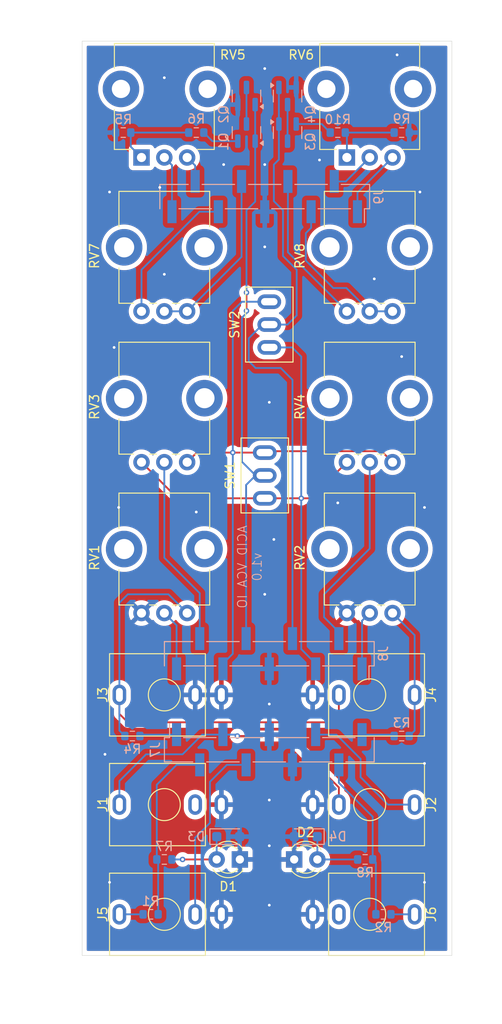
<source format=kicad_pcb>
(kicad_pcb (version 20241229) (generator "pcbnew") (generator_version "9.0")
  (title_block (title "ACID VCA IO") (date "2025-03-27") (rev "1.0"))
  (layers (0 "F.Cu" signal) (2 "B.Cu" signal) (13 "F.Paste" user) (15 "B.Paste" user) (5 "F.SilkS" user "F.Silkscreen") (7 "B.SilkS" user "B.Silkscreen") (1 "F.Mask" user) (3 "B.Mask" user) (25 "Edge.Cuts" user))
  (net 0 "")
  (net 1 "GND")
  (net 2 "In_A")
  (net 4 "In_B")
  (net 5 "Net-(J3-PadT)")
  (net 6 "Net-(J4-PadT)")
  (net 7 "Net-(J5-PadT)")
  (net 9 "Net-(J6-PadT)")
  (net 10 "Out_A")
  (net 11 "Out_B")
  (net 12 "CV_BN")
  (net 13 "CV_AN")
  (net 14 "Net-(R5-Pad1)")
  (net 15 "Net-(Q1-D)")
  (net 16 "CV_AP")
  (net 17 "CV_BP")
  (net 18 "-VDC")
  (net 19 "Offset_A")
  (net 20 "+VDC")
  (net 21 "Offset_B")
  (net 22 "Drive_A")
  (net 23 "Fold_A")
  (net 24 "Drive_B")
  (net 25 "Fold_B")
  (net 26 "Shape_A2")
  (net 27 "Shape_A1")
  (net 28 "Shape_B2")
  (net 29 "Shape_B1")
  (net 30 "Clip_selA")
  (net 31 "Clip_selB")
  (net 32 "Net-(D1-A)")
  (net 33 "Net-(D2-A)")
  (net 34 "Out_TNA")
  (net 35 "Net-(Q1-S)")
  (net 36 "Net-(Q3-D)")
  (net 37 "Net-(Q3-S)")
  (net 38 "Net-(R10-Pad1)")
  (footprint "Potentiometer_THT:Potentiometer_Bourns_PTV09A-1_Single_Vertical" (layer "F.Cu") (at 121 79.55 90)
    (property "Reference" "RV7" (at 6.05 -10.15 90) (layer "F.SilkS"))
    (property "Value" "100k")
    (pad "" np_thru_hole circle (at 7 -6.9 90) (size 4 4) (drill 2.2) (layers "*.Cu" "*.Mask"))
    (pad "" np_thru_hole circle (at 7 1.9 90) (size 4 4) (drill 2.2) (layers "*.Cu" "*.Mask"))
    (pad "1" thru_hole circle (at 0 0 90) (size 1.8 1.8) (drill 1) (layers "*.Cu" "*.Mask") (net 27 "Shape_A1"))
    (pad "2" thru_hole circle (at 0 -2.5 90) (size 1.8 1.8) (drill 1) (layers "*.Cu" "*.Mask") (net 27 "Shape_A1"))
    (pad "3" thru_hole circle (at 0 -5 90) (size 1.8 1.8) (drill 1) (layers "*.Cu" "*.Mask") (net 26 "Shape_A2"))
  )
  (footprint "Custom:Toggle switch mini" (layer "F.Cu") (at 130 81 -90)
    (property "Reference" "SW2" (at 0 3.8 90) (layer "F.SilkS"))
    (property "Value" "SW_SPDT")
    (pad "1" thru_hole oval (at -2.5 0 270) (size 1.6 2.6) (drill oval 0.8 1.8) (layers "*.Cu" "*.Mask") (net 20 "+VDC"))
    (pad "2" thru_hole oval (at 0 0 270) (size 1.6 2.6) (drill oval 0.8 1.8) (layers "*.Cu" "*.Mask") (net 31 "Clip_selB"))
    (pad "3" thru_hole oval (at 2.5 0 270) (size 1.6 2.6) (drill oval 0.8 1.8) (layers "*.Cu" "*.Mask") (net 18 "-VDC"))
  )
  (footprint "Custom:Toggle switch mini" (layer "F.Cu") (at 129.5 97.5 -90)
    (property "Reference" "SW1" (at 0 3.8 90) (layer "F.SilkS"))
    (property "Value" "SW_SPDT")
    (pad "1" thru_hole oval (at -2.5 0 270) (size 1.6 2.6) (drill oval 0.8 1.8) (layers "*.Cu" "*.Mask") (net 20 "+VDC"))
    (pad "2" thru_hole oval (at 0 0 270) (size 1.6 2.6) (drill oval 0.8 1.8) (layers "*.Cu" "*.Mask") (net 30 "Clip_selA"))
    (pad "3" thru_hole oval (at 2.5 0 270) (size 1.6 2.6) (drill oval 0.8 1.8) (layers "*.Cu" "*.Mask") (net 18 "-VDC"))
  )
  (footprint "LED_THT:LED_D3.0mm_Clear" (layer "F.Cu") (at 132.725 139.5)
    (property "Reference" "D2" (at 1.27 -2.96 0) (layer "F.SilkS"))
    (property "Value" "LED")
    (pad "1" thru_hole rect (at 0 0) (size 1.8 1.8) (drill 0.9) (layers "*.Cu" "*.Mask") (net 1 "GND"))
    (pad "2" thru_hole circle (at 2.54 0) (size 1.8 1.8) (drill 0.9) (layers "*.Cu" "*.Mask") (net 33 "Net-(D2-A)"))
  )
  (footprint "Potentiometer_THT:Potentiometer_Bourns_PTV09A-1_Single_Vertical" (layer "F.Cu") (at 121 112.55 90)
    (property "Reference" "RV1" (at 6.05 -10.15 90) (layer "F.SilkS"))
    (property "Value" "100k")
    (pad "" np_thru_hole circle (at 7 -6.9 90) (size 4 4) (drill 2.2) (layers "*.Cu" "*.Mask"))
    (pad "" np_thru_hole circle (at 7 1.9 90) (size 4 4) (drill 2.2) (layers "*.Cu" "*.Mask"))
    (pad "1" thru_hole circle (at 0 0 90) (size 1.8 1.8) (drill 1) (layers "*.Cu" "*.Mask") (net 5 "Net-(J3-PadT)"))
    (pad "2" thru_hole circle (at 0 -2.5 90) (size 1.8 1.8) (drill 1) (layers "*.Cu" "*.Mask") (net 16 "CV_AP"))
    (pad "3" thru_hole circle (at 0 -5 90) (size 1.8 1.8) (drill 1) (layers "*.Cu" "*.Mask") (net 1 "GND"))
  )
  (footprint "Potentiometer_THT:Potentiometer_TT_P0915N" (layer "F.Cu") (at 116 62.725)
    (property "Reference" "RV5" (at 10 -11.225 0) (layer "F.SilkS"))
    (property "Value" "100k")
    (pad "" thru_hole oval (at -2.25 -7.5) (size 4 4) (drill 2) (layers "*.Cu" "*.Mask"))
    (pad "" thru_hole oval (at 7.25 -7.5) (size 4 4) (drill 2) (layers "*.Cu" "*.Mask"))
    (pad "1" thru_hole rect (at 0 0) (size 1.8 1.8) (drill 1) (layers "*.Cu" "*.Mask") (net 14 "Net-(R5-Pad1)"))
    (pad "2" thru_hole circle (at 2.5 0) (size 1.8 1.8) (drill 1) (layers "*.Cu" "*.Mask") (net 22 "Drive_A"))
    (pad "3" thru_hole circle (at 5 0) (size 1.8 1.8) (drill 1) (layers "*.Cu" "*.Mask") (net 23 "Fold_A"))
  )
  (footprint "Potentiometer_THT:Potentiometer_Bourns_PTV09A-1_Single_Vertical" (layer "F.Cu") (at 143.5 96.05 90)
    (property "Reference" "RV4" (at 6.05 -10.15 90) (layer "F.SilkS"))
    (property "Value" "100k")
    (pad "" np_thru_hole circle (at 7 -6.9 90) (size 4 4) (drill 2.2) (layers "*.Cu" "*.Mask"))
    (pad "" np_thru_hole circle (at 7 1.9 90) (size 4 4) (drill 2.2) (layers "*.Cu" "*.Mask"))
    (pad "1" thru_hole circle (at 0 0 90) (size 1.8 1.8) (drill 1) (layers "*.Cu" "*.Mask") (net 20 "+VDC"))
    (pad "2" thru_hole circle (at 0 -2.5 90) (size 1.8 1.8) (drill 1) (layers "*.Cu" "*.Mask") (net 21 "Offset_B"))
    (pad "3" thru_hole circle (at 0 -5 90) (size 1.8 1.8) (drill 1) (layers "*.Cu" "*.Mask") (net 18 "-VDC"))
  )
  (footprint "Potentiometer_THT:Potentiometer_Bourns_PTV09A-1_Single_Vertical" (layer "F.Cu") (at 121 96.05 90)
    (property "Reference" "RV3" (at 6.05 -10.15 90) (layer "F.SilkS"))
    (property "Value" "100k")
    (pad "" np_thru_hole circle (at 7 -6.9 90) (size 4 4) (drill 2.2) (layers "*.Cu" "*.Mask"))
    (pad "" np_thru_hole circle (at 7 1.9 90) (size 4 4) (drill 2.2) (layers "*.Cu" "*.Mask"))
    (pad "1" thru_hole circle (at 0 0 90) (size 1.8 1.8) (drill 1) (layers "*.Cu" "*.Mask") (net 20 "+VDC"))
    (pad "2" thru_hole circle (at 0 -2.5 90) (size 1.8 1.8) (drill 1) (layers "*.Cu" "*.Mask") (net 19 "Offset_A"))
    (pad "3" thru_hole circle (at 0 -5 90) (size 1.8 1.8) (drill 1) (layers "*.Cu" "*.Mask") (net 18 "-VDC"))
  )
  (footprint "Potentiometer_THT:Potentiometer_Bourns_PTV09A-1_Single_Vertical" (layer "F.Cu") (at 143.5 79.55 90)
    (property "Reference" "RV8" (at 6.05 -10.15 90) (layer "F.SilkS"))
    (property "Value" "100k")
    (pad "" np_thru_hole circle (at 7 -6.9 90) (size 4 4) (drill 2.2) (layers "*.Cu" "*.Mask"))
    (pad "" np_thru_hole circle (at 7 1.9 90) (size 4 4) (drill 2.2) (layers "*.Cu" "*.Mask"))
    (pad "1" thru_hole circle (at 0 0 90) (size 1.8 1.8) (drill 1) (layers "*.Cu" "*.Mask") (net 29 "Shape_B1"))
    (pad "2" thru_hole circle (at 0 -2.5 90) (size 1.8 1.8) (drill 1) (layers "*.Cu" "*.Mask") (net 29 "Shape_B1"))
    (pad "3" thru_hole circle (at 0 -5 90) (size 1.8 1.8) (drill 1) (layers "*.Cu" "*.Mask") (net 28 "Shape_B2"))
  )
  (footprint "Custom:PJ398SM" (layer "F.Cu") (at 141 145.5 -90)
    (property "Reference" "J6" (at 0 -6.75 90) (layer "F.SilkS"))
    (property "Value" "AudioJack2_SwitchT")
    (pad "S" thru_hole oval (at 0 6.25 270) (size 2.25 1.5) (drill oval 1.5 0.75) (layers "*.Cu" "*.Mask") (net 1 "GND"))
    (pad "T" thru_hole oval (at 0 -4.92 270) (size 2.25 1.5) (drill oval 1.5 0.75) (layers "*.Cu" "*.Mask") (net 9 "Net-(J6-PadT)"))
    (pad "TN" thru_hole oval (at 0 3.38 270) (size 2.25 1.5) (drill oval 1.5 0.75) (layers "*.Cu" "*.Mask"))
  )
  (footprint "LED_THT:LED_D3.0mm_Clear" (layer "F.Cu") (at 126.775 139.5 180)
    (property "Reference" "D1" (at 1.27 -2.96 0) (layer "F.SilkS"))
    (property "Value" "LED")
    (pad "1" thru_hole rect (at 0 0 180) (size 1.8 1.8) (drill 0.9) (layers "*.Cu" "*.Mask") (net 1 "GND"))
    (pad "2" thru_hole circle (at 2.54 0 180) (size 1.8 1.8) (drill 0.9) (layers "*.Cu" "*.Mask") (net 32 "Net-(D1-A)"))
  )
  (footprint "Custom:PJ398SM" (layer "F.Cu") (at 118.5 133.5 90)
    (property "Reference" "J1" (at 0 -6.75 90) (layer "F.SilkS"))
    (property "Value" "AudioJack2_SwitchT")
    (pad "S" thru_hole oval (at 0 6.25 90) (size 2.25 1.5) (drill oval 1.5 0.75) (layers "*.Cu" "*.Mask") (net 1 "GND"))
    (pad "T" thru_hole oval (at 0 -4.92 90) (size 2.25 1.5) (drill oval 1.5 0.75) (layers "*.Cu" "*.Mask") (net 2 "In_A"))
    (pad "TN" thru_hole oval (at 0 3.38 90) (size 2.25 1.5) (drill oval 1.5 0.75) (layers "*.Cu" "*.Mask"))
  )
  (footprint "Custom:PJ398SM" (layer "F.Cu") (at 118.5 145.5 90)
    (property "Reference" "J5" (at 0 -6.75 90) (layer "F.SilkS"))
    (property "Value" "AudioJack2_SwitchT")
    (pad "S" thru_hole oval (at 0 6.25 90) (size 2.25 1.5) (drill oval 1.5 0.75) (layers "*.Cu" "*.Mask") (net 1 "GND"))
    (pad "T" thru_hole oval (at 0 -4.92 90) (size 2.25 1.5) (drill oval 1.5 0.75) (layers "*.Cu" "*.Mask") (net 7 "Net-(J5-PadT)"))
    (pad "TN" thru_hole oval (at 0 3.38 90) (size 2.25 1.5) (drill oval 1.5 0.75) (layers "*.Cu" "*.Mask") (net 34 "Out_TNA"))
  )
  (footprint "Custom:PJ398SM" (layer "F.Cu") (at 141 133.5 -90)
    (property "Reference" "J2" (at 0 -6.75 90) (layer "F.SilkS"))
    (property "Value" "AudioJack2_SwitchT")
    (pad "S" thru_hole oval (at 0 6.25 270) (size 2.25 1.5) (drill oval 1.5 0.75) (layers "*.Cu" "*.Mask") (net 1 "GND"))
    (pad "T" thru_hole oval (at 0 -4.92 270) (size 2.25 1.5) (drill oval 1.5 0.75) (layers "*.Cu" "*.Mask") (net 4 "In_B"))
    (pad "TN" thru_hole oval (at 0 3.38 270) (size 2.25 1.5) (drill oval 1.5 0.75) (layers "*.Cu" "*.Mask") (net 2 "In_A"))
  )
  (footprint "Custom:PJ398SM" (layer "F.Cu") (at 118.5 121.5 90)
    (property "Reference" "J3" (at 0 -6.75 90) (layer "F.SilkS"))
    (property "Value" "AudioJack2_SwitchT")
    (pad "S" thru_hole oval (at 0 6.25 90) (size 2.25 1.5) (drill oval 1.5 0.75) (layers "*.Cu" "*.Mask") (net 1 "GND"))
    (pad "T" thru_hole oval (at 0 -4.92 90) (size 2.25 1.5) (drill oval 1.5 0.75) (layers "*.Cu" "*.Mask") (net 5 "Net-(J3-PadT)"))
    (pad "TN" thru_hole oval (at 0 3.38 90) (size 2.25 1.5) (drill oval 1.5 0.75) (layers "*.Cu" "*.Mask") (net 1 "GND"))
  )
  (footprint "Custom:PJ398SM" (layer "F.Cu") (at 141 121.5 -90)
    (property "Reference" "J4" (at 0 -6.75 90) (layer "F.SilkS"))
    (property "Value" "AudioJack2_SwitchT")
    (pad "S" thru_hole oval (at 0 6.25 270) (size 2.25 1.5) (drill oval 1.5 0.75) (layers "*.Cu" "*.Mask") (net 1 "GND"))
    (pad "T" thru_hole oval (at 0 -4.92 270) (size 2.25 1.5) (drill oval 1.5 0.75) (layers "*.Cu" "*.Mask") (net 6 "Net-(J4-PadT)"))
    (pad "TN" thru_hole oval (at 0 3.38 270) (size 2.25 1.5) (drill oval 1.5 0.75) (layers "*.Cu" "*.Mask") (net 5 "Net-(J3-PadT)"))
  )
  (footprint "Potentiometer_THT:Potentiometer_TT_P0915N" (layer "F.Cu") (at 138.5 62.725)
    (property "Reference" "RV6" (at -5 -11.225 0) (layer "F.SilkS"))
    (property "Value" "100k")
    (pad "" thru_hole oval (at -2.25 -7.5) (size 4 4) (drill 2) (layers "*.Cu" "*.Mask"))
    (pad "" thru_hole oval (at 7.25 -7.5) (size 4 4) (drill 2) (layers "*.Cu" "*.Mask"))
    (pad "1" thru_hole rect (at 0 0) (size 1.8 1.8) (drill 1) (layers "*.Cu" "*.Mask") (net 38 "Net-(R10-Pad1)"))
    (pad "2" thru_hole circle (at 2.5 0) (size 1.8 1.8) (drill 1) (layers "*.Cu" "*.Mask") (net 24 "Drive_B"))
    (pad "3" thru_hole circle (at 5 0) (size 1.8 1.8) (drill 1) (layers "*.Cu" "*.Mask") (net 25 "Fold_B"))
  )
  (footprint "Potentiometer_THT:Potentiometer_Bourns_PTV09A-1_Single_Vertical" (layer "F.Cu") (at 143.5 112.55 90)
    (property "Reference" "RV2" (at 6.05 -10.15 90) (layer "F.SilkS"))
    (property "Value" "100k")
    (pad "" np_thru_hole circle (at 7 -6.9 90) (size 4 4) (drill 2.2) (layers "*.Cu" "*.Mask"))
    (pad "" np_thru_hole circle (at 7 1.9 90) (size 4 4) (drill 2.2) (layers "*.Cu" "*.Mask"))
    (pad "1" thru_hole circle (at 0 0 90) (size 1.8 1.8) (drill 1) (layers "*.Cu" "*.Mask") (net 6 "Net-(J4-PadT)"))
    (pad "2" thru_hole circle (at 0 -2.5 90) (size 1.8 1.8) (drill 1) (layers "*.Cu" "*.Mask") (net 17 "CV_BP"))
    (pad "3" thru_hole circle (at 0 -5 90) (size 1.8 1.8) (drill 1) (layers "*.Cu" "*.Mask") (net 1 "GND"))
  )
  (footprint "Resistor_SMD:R_0603_1608Metric" (layer "B.Cu") (at 137.5 60 180)
    (property "Reference" "R10" (at 0 1.43 0) (layer "B.SilkS") (effects (justify mirror)))
    (property "Value" "9k1")
    (pad "1" smd roundrect (at -0.825 0 180) (size 0.8 0.95) (layers "B.Cu" "B.Mask" "B.Paste") (net 38 "Net-(R10-Pad1)"))
    (pad "2" smd roundrect (at 0.825 0 180) (size 0.8 0.95) (layers "B.Cu" "B.Mask" "B.Paste") (net 37 "Net-(Q3-S)"))
  )
  (footprint "Package_TO_SOT_SMD:SOT-23" (layer "B.Cu") (at 132 56 -90)
    (property "Reference" "Q4" (at 2 -2.5 90) (layer "B.SilkS") (effects (justify mirror)))
    (property "Value" "2N7002")
    (pad "1" smd roundrect (at -0.9375 0.95 270) (size 1.475 0.6) (layers "B.Cu" "B.Mask" "B.Paste") (net 31 "Clip_selB"))
    (pad "2" smd roundrect (at -0.9375 -0.95 270) (size 1.475 0.6) (layers "B.Cu" "B.Mask" "B.Paste") (net 1 "GND"))
    (pad "3" smd roundrect (at 0.9375 0 270) (size 1.475 0.6) (layers "B.Cu" "B.Mask" "B.Paste") (net 36 "Net-(Q3-D)"))
  )
  (footprint "Package_TO_SOT_SMD:SOT-23" (layer "B.Cu") (at 127.5 56 90)
    (property "Reference" "Q2" (at -2 -2.5 90) (layer "B.SilkS") (effects (justify mirror)))
    (property "Value" "2N7002")
    (pad "1" smd roundrect (at -0.9375 0.95 90) (size 1.475 0.6) (layers "B.Cu" "B.Mask" "B.Paste") (net 30 "Clip_selA"))
    (pad "2" smd roundrect (at -0.9375 -0.95 90) (size 1.475 0.6) (layers "B.Cu" "B.Mask" "B.Paste") (net 1 "GND"))
    (pad "3" smd roundrect (at 0.9375 0 90) (size 1.475 0.6) (layers "B.Cu" "B.Mask" "B.Paste") (net 15 "Net-(Q1-D)"))
  )
  (footprint "Diode_SMD:D_SOD-323_HandSoldering" (layer "B.Cu") (at 125.5 137)
    (property "Reference" "D3" (at -3.5 0 0) (layer "B.SilkS") (effects (justify mirror)))
    (property "Value" "1N4148")
    (pad "1" smd roundrect (at -1.25 0) (size 1 1) (layers "B.Cu" "B.Mask" "B.Paste") (net 32 "Net-(D1-A)"))
    (pad "2" smd roundrect (at 1.25 0) (size 1 1) (layers "B.Cu" "B.Mask" "B.Paste") (net 1 "GND"))
  )
  (footprint "Package_TO_SOT_SMD:SOT-23" (layer "B.Cu") (at 127.5 60 90)
    (property "Reference" "Q1" (at -1 -2.5 90) (layer "B.SilkS") (effects (justify mirror)))
    (property "Value" "2N7002")
    (pad "1" smd roundrect (at -0.9375 0.95 90) (size 1.475 0.6) (layers "B.Cu" "B.Mask" "B.Paste") (net 30 "Clip_selA"))
    (pad "2" smd roundrect (at -0.9375 -0.95 90) (size 1.475 0.6) (layers "B.Cu" "B.Mask" "B.Paste") (net 35 "Net-(Q1-S)"))
    (pad "3" smd roundrect (at 0.9375 0 90) (size 1.475 0.6) (layers "B.Cu" "B.Mask" "B.Paste") (net 15 "Net-(Q1-D)"))
  )
  (footprint "Resistor_SMD:R_0603_1608Metric" (layer "B.Cu") (at 114 60 180)
    (property "Reference" "R5" (at 0 1.43 0) (layer "B.SilkS") (effects (justify mirror)))
    (property "Value" "9k1")
    (pad "1" smd roundrect (at -0.825 0 180) (size 0.8 0.95) (layers "B.Cu" "B.Mask" "B.Paste") (net 14 "Net-(R5-Pad1)"))
    (pad "2" smd roundrect (at 0.825 0 180) (size 0.8 0.95) (layers "B.Cu" "B.Mask" "B.Paste") (net 1 "GND"))
  )
  (footprint "Resistor_SMD:R_0603_1608Metric" (layer "B.Cu") (at 142.5 145.5)
    (property "Reference" "R2" (at 0 1.43 0) (layer "B.SilkS") (effects (justify mirror)))
    (property "Value" "1k")
    (pad "1" smd roundrect (at -0.825 0) (size 0.8 0.95) (layers "B.Cu" "B.Mask" "B.Paste") (net 11 "Out_B"))
    (pad "2" smd roundrect (at 0.825 0) (size 0.8 0.95) (layers "B.Cu" "B.Mask" "B.Paste") (net 9 "Net-(J6-PadT)"))
  )
  (footprint "Resistor_SMD:R_0603_1608Metric" (layer "B.Cu") (at 144.5 60)
    (property "Reference" "R9" (at 0 -1.5 0) (layer "B.SilkS") (effects (justify mirror)))
    (property "Value" "9k1")
    (pad "1" smd roundrect (at -0.825 0) (size 0.8 0.95) (layers "B.Cu" "B.Mask" "B.Paste") (net 38 "Net-(R10-Pad1)"))
    (pad "2" smd roundrect (at 0.825 0) (size 0.8 0.95) (layers "B.Cu" "B.Mask" "B.Paste") (net 1 "GND"))
  )
  (footprint "Package_TO_SOT_SMD:SOT-23" (layer "B.Cu") (at 132 60 -90)
    (property "Reference" "Q3" (at 1 -2.5 90) (layer "B.SilkS") (effects (justify mirror)))
    (property "Value" "2N7002")
    (pad "1" smd roundrect (at -0.9375 0.95 270) (size 1.475 0.6) (layers "B.Cu" "B.Mask" "B.Paste") (net 31 "Clip_selB"))
    (pad "2" smd roundrect (at -0.9375 -0.95 270) (size 1.475 0.6) (layers "B.Cu" "B.Mask" "B.Paste") (net 37 "Net-(Q3-S)"))
    (pad "3" smd roundrect (at 0.9375 0 270) (size 1.475 0.6) (layers "B.Cu" "B.Mask" "B.Paste") (net 36 "Net-(Q3-D)"))
  )
  (footprint "Connector_PinHeader_2.54mm:PinHeader_1x09_P2.54mm_Vertical_SMD_Pin1Left" (layer "B.Cu") (at 129.5 67 90)
    (property "Reference" "J9" (at 0 12.49 90) (layer "B.SilkS") (effects (justify mirror)))
    (property "Value" "Conn_01x09_Pin")
    (pad "1" smd rect (at -1.655 10.16 90) (size 2.51 1) (layers "B.Cu" "B.Mask" "B.Paste") (net 25 "Fold_B"))
    (pad "2" smd rect (at 1.655 7.62 90) (size 2.51 1) (layers "B.Cu" "B.Mask" "B.Paste") (net 24 "Drive_B"))
    (pad "3" smd rect (at -1.655 5.08 90) (size 2.51 1) (layers "B.Cu" "B.Mask" "B.Paste") (net 29 "Shape_B1"))
    (pad "4" smd rect (at 1.655 2.54 90) (size 2.51 1) (layers "B.Cu" "B.Mask" "B.Paste") (net 28 "Shape_B2"))
    (pad "5" smd rect (at -1.655 0 90) (size 2.51 1) (layers "B.Cu" "B.Mask" "B.Paste") (net 1 "GND"))
    (pad "6" smd rect (at 1.655 -2.54 90) (size 2.51 1) (layers "B.Cu" "B.Mask" "B.Paste") (net 27 "Shape_A1"))
    (pad "7" smd rect (at -1.655 -5.08 90) (size 2.51 1) (layers "B.Cu" "B.Mask" "B.Paste") (net 26 "Shape_A2"))
    (pad "8" smd rect (at 1.655 -7.62 90) (size 2.51 1) (layers "B.Cu" "B.Mask" "B.Paste") (net 23 "Fold_A"))
    (pad "9" smd rect (at -1.655 -10.16 90) (size 2.51 1) (layers "B.Cu" "B.Mask" "B.Paste") (net 22 "Drive_A"))
  )
  (footprint "Connector_PinHeader_2.54mm:PinHeader_1x09_P2.54mm_Vertical_SMD_Pin1Left" (layer "B.Cu") (at 130 117 90)
    (property "Reference" "J8" (at 0 12.49 90) (layer "B.SilkS") (effects (justify mirror)))
    (property "Value" "Conn_01x09_Pin")
    (pad "1" smd rect (at -1.655 10.16 90) (size 2.51 1) (layers "B.Cu" "B.Mask" "B.Paste") (net 17 "CV_BP"))
    (pad "2" smd rect (at 1.655 7.62 90) (size 2.51 1) (layers "B.Cu" "B.Mask" "B.Paste") (net 21 "Offset_B"))
    (pad "3" smd rect (at -1.655 5.08 90) (size 2.51 1) (layers "B.Cu" "B.Mask" "B.Paste") (net 18 "-VDC"))
    (pad "4" smd rect (at 1.655 2.54 90) (size 2.51 1) (layers "B.Cu" "B.Mask" "B.Paste") (net 31 "Clip_selB"))
    (pad "5" smd rect (at -1.655 0 90) (size 2.51 1) (layers "B.Cu" "B.Mask" "B.Paste") (net 1 "GND"))
    (pad "6" smd rect (at 1.655 -2.54 90) (size 2.51 1) (layers "B.Cu" "B.Mask" "B.Paste") (net 30 "Clip_selA"))
    (pad "7" smd rect (at -1.655 -5.08 90) (size 2.51 1) (layers "B.Cu" "B.Mask" "B.Paste") (net 20 "+VDC"))
    (pad "8" smd rect (at 1.655 -7.62 90) (size 2.51 1) (layers "B.Cu" "B.Mask" "B.Paste") (net 19 "Offset_A"))
    (pad "9" smd rect (at -1.655 -10.16 90) (size 2.51 1) (layers "B.Cu" "B.Mask" "B.Paste") (net 16 "CV_AP"))
  )
  (footprint "Resistor_SMD:R_0603_1608Metric" (layer "B.Cu") (at 117 145.5 180)
    (property "Reference" "R1" (at 0 1.43 0) (layer "B.SilkS") (effects (justify mirror)))
    (property "Value" "1k")
    (pad "1" smd roundrect (at -0.825 0 180) (size 0.8 0.95) (layers "B.Cu" "B.Mask" "B.Paste") (net 10 "Out_A"))
    (pad "2" smd roundrect (at 0.825 0 180) (size 0.8 0.95) (layers "B.Cu" "B.Mask" "B.Paste") (net 7 "Net-(J5-PadT)"))
  )
  (footprint "Resistor_SMD:R_0603_1608Metric" (layer "B.Cu") (at 140.5 139.5)
    (property "Reference" "R8" (at 0 1.43 0) (layer "B.SilkS") (effects (justify mirror)))
    (property "Value" "1k")
    (pad "1" smd roundrect (at -0.825 0) (size 0.8 0.95) (layers "B.Cu" "B.Mask" "B.Paste") (net 33 "Net-(D2-A)"))
    (pad "2" smd roundrect (at 0.825 0) (size 0.8 0.95) (layers "B.Cu" "B.Mask" "B.Paste") (net 11 "Out_B"))
  )
  (footprint "Resistor_SMD:R_0603_1608Metric" (layer "B.Cu") (at 144.5 126 180)
    (property "Reference" "R3" (at 0 1.43 0) (layer "B.SilkS") (effects (justify mirror)))
    (property "Value" "100k")
    (pad "1" smd roundrect (at -0.825 0 180) (size 0.8 0.95) (layers "B.Cu" "B.Mask" "B.Paste") (net 6 "Net-(J4-PadT)"))
    (pad "2" smd roundrect (at 0.825 0 180) (size 0.8 0.95) (layers "B.Cu" "B.Mask" "B.Paste") (net 12 "CV_BN"))
  )
  (footprint "Resistor_SMD:R_0603_1608Metric" (layer "B.Cu") (at 115 126)
    (property "Reference" "R4" (at 0 1.43 0) (layer "B.SilkS") (effects (justify mirror)))
    (property "Value" "100k")
    (pad "1" smd roundrect (at -0.825 0) (size 0.8 0.95) (layers "B.Cu" "B.Mask" "B.Paste") (net 5 "Net-(J3-PadT)"))
    (pad "2" smd roundrect (at 0.825 0) (size 0.8 0.95) (layers "B.Cu" "B.Mask" "B.Paste") (net 13 "CV_AN"))
  )
  (footprint "Resistor_SMD:R_0603_1608Metric" (layer "B.Cu") (at 122 60)
    (property "Reference" "R6" (at 0 -1.5 0) (layer "B.SilkS") (effects (justify mirror)))
    (property "Value" "9k1")
    (pad "1" smd roundrect (at -0.825 0) (size 0.8 0.95) (layers "B.Cu" "B.Mask" "B.Paste") (net 14 "Net-(R5-Pad1)"))
    (pad "2" smd roundrect (at 0.825 0) (size 0.8 0.95) (layers "B.Cu" "B.Mask" "B.Paste") (net 35 "Net-(Q1-S)"))
  )
  (footprint "Diode_SMD:D_SOD-323_HandSoldering" (layer "B.Cu") (at 134 137 180)
    (property "Reference" "D4" (at -3.5 0 0) (layer "B.SilkS") (effects (justify mirror)))
    (property "Value" "1N4148")
    (pad "1" smd roundrect (at -1.25 0 180) (size 1 1) (layers "B.Cu" "B.Mask" "B.Paste") (net 33 "Net-(D2-A)"))
    (pad "2" smd roundrect (at 1.25 0 180) (size 1 1) (layers "B.Cu" "B.Mask" "B.Paste") (net 1 "GND"))
  )
  (footprint "Resistor_SMD:R_0603_1608Metric" (layer "B.Cu") (at 118.5 139.5 180)
    (property "Reference" "R7" (at 0 1.43 0) (layer "B.SilkS") (effects (justify mirror)))
    (property "Value" "1k")
    (pad "1" smd roundrect (at -0.825 0 180) (size 0.8 0.95) (layers "B.Cu" "B.Mask" "B.Paste") (net 32 "Net-(D1-A)"))
    (pad "2" smd roundrect (at 0.825 0 180) (size 0.8 0.95) (layers "B.Cu" "B.Mask" "B.Paste") (net 10 "Out_A"))
  )
  (footprint "Connector_PinHeader_2.54mm:PinHeader_1x09_P2.54mm_Vertical_SMD_Pin1Left" (layer "B.Cu") (at 130 127.5 -90)
    (property "Reference" "J7" (at 0 12.49 90) (layer "B.SilkS") (effects (justify mirror)))
    (property "Value" "Conn_01x09_Pin")
    (pad "1" smd rect (at -1.655 10.16 270) (size 2.51 1) (layers "B.Cu" "B.Mask" "B.Paste") (net 13 "CV_AN"))
    (pad "2" smd rect (at 1.655 7.62 270) (size 2.51 1) (layers "B.Cu" "B.Mask" "B.Paste") (net 10 "Out_A"))
    (pad "3" smd rect (at -1.655 5.08 270) (size 2.51 1) (layers "B.Cu" "B.Mask" "B.Paste") (net 2 "In_A"))
    (pad "4" smd rect (at 1.655 2.54 270) (size 2.51 1) (layers "B.Cu" "B.Mask" "B.Paste") (net 34 "Out_TNA"))
    (pad "5" smd rect (at -1.655 0 270) (size 2.51 1) (layers "B.Cu" "B.Mask" "B.Paste") (net 1 "GND"))
    (pad "6" smd rect (at 1.655 -2.54 270) (size 2.51 1) (layers "B.Cu" "B.Mask" "B.Paste") (net 1 "GND"))
    (pad "7" smd rect (at -1.655 -5.08 270) (size 2.51 1) (layers "B.Cu" "B.Mask" "B.Paste") (net 4 "In_B"))
    (pad "8" smd rect (at 1.655 -7.62 270) (size 2.51 1) (layers "B.Cu" "B.Mask" "B.Paste") (net 11 "Out_B"))
    (pad "9" smd rect (at -1.655 -10.16 270) (size 2.51 1) (layers "B.Cu" "B.Mask" "B.Paste") (net 12 "CV_BN"))
  )
  (gr_line (start 150 50) (end 150 150) (stroke (width 0.05)) (layer "Edge.Cuts"))
  (gr_line (start 109.5 50) (end 150 50) (stroke (width 0.05)) (layer "Edge.Cuts"))
  (gr_line (start 109.5 150) (end 109.5 50) (stroke (width 0.05)) (layer "Edge.Cuts"))
  (gr_line (start 150 150) (end 109.5 150) (stroke (width 0.05)) (layer "Edge.Cuts"))
  (gr_text "ACID VCA IO\nv1.0" (at 129.25 107.5 90) (layer "B.SilkS") (effects (font (size 1 1) (thickness 0.1)) (justify bottom mirror)))
  (via (at 147 101) (size 0.6) (drill 0.3) (layers "F.Cu" "B.Cu") (net 1))
  (via (at 144.5 84.5) (size 0.6) (drill 0.3) (layers "F.Cu" "B.Cu") (net 1))
  (via (at 129.5 110.5) (size 0.6) (drill 0.3) (layers "F.Cu" "B.Cu") (net 1))
  (via (at 141.5 76) (size 0.6) (drill 0.3) (layers "F.Cu" "B.Cu") (net 1))
  (via (at 130 122.5) (size 0.6) (drill 0.3) (layers "F.Cu" "B.Cu") (net 1))
  (via (at 147 129) (size 0.6) (drill 0.3) (layers "F.Cu" "B.Cu") (net 1))
  (via (at 137.5 100.5) (size 0.6) (drill 0.3) (layers "F.Cu" "B.Cu") (net 1))
  (via (at 112.5 66.5) (size 0.6) (drill 0.3) (layers "F.Cu" "B.Cu") (net 1))
  (via (at 144 51.5) (size 0.6) (drill 0.3) (layers "F.Cu" "B.Cu") (net 1))
  (via (at 112.5 142) (size 0.6) (drill 0.3) (layers "F.Cu" "B.Cu") (net 1))
  (via (at 146.5 66.5) (size 0.6) (drill 0.3) (layers "F.Cu" "B.Cu") (net 1))
  (via (at 129.5 53) (size 0.6) (drill 0.3) (layers "F.Cu" "B.Cu") (net 1))
  (via (at 147 142) (size 0.6) (drill 0.3) (layers "F.Cu" "B.Cu") (net 1))
  (via (at 113.5 101) (size 0.6) (drill 0.3) (layers "F.Cu" "B.Cu") (net 1))
  (via (at 135.5 63) (size 0.6) (drill 0.3) (layers "F.Cu" "B.Cu") (net 1))
  (via (at 130 133) (size 0.6) (drill 0.3) (layers "F.Cu" "B.Cu") (net 1))
  (via (at 112 128) (size 0.6) (drill 0.3) (layers "F.Cu" "B.Cu") (net 1))
  (via (at 118.5 75.5) (size 0.6) (drill 0.3) (layers "F.Cu" "B.Cu") (net 1))
  (via (at 118 66) (size 0.6) (drill 0.3) (layers "F.Cu" "B.Cu") (net 1))
  (via (at 130.5 104.5) (size 0.6) (drill 0.3) (layers "F.Cu" "B.Cu") (net 1))
  (via (at 122 101.5) (size 0.6) (drill 0.3) (layers "F.Cu" "B.Cu") (net 1))
  (via (at 129.5 63.5) (size 0.6) (drill 0.3) (layers "F.Cu" "B.Cu") (net 1))
  (via (at 129.5 72.5) (size 0.6) (drill 0.3) (layers "F.Cu" "B.Cu") (net 1))
  (via (at 125 63.5) (size 0.6) (drill 0.3) (layers "F.Cu" "B.Cu") (net 1))
  (via (at 113 83.5) (size 0.6) (drill 0.3) (layers "F.Cu" "B.Cu") (net 1))
  (via (at 130 144.5) (size 0.6) (drill 0.3) (layers "F.Cu" "B.Cu") (net 1))
  (via (at 130 138) (size 0.6) (drill 0.3) (layers "F.Cu" "B.Cu") (net 1))
  (via (at 118.5 54) (size 0.6) (drill 0.3) (layers "F.Cu" "B.Cu") (net 1))
  (via (at 130 89.5) (size 0.6) (drill 0.3) (layers "F.Cu" "B.Cu") (net 1))
  (segment (start 137.62 131.62) (end 137.62 133.5) (width 0.2) (layer "F.Cu") (net 2))
  (segment (start 132 126) (end 137.62 131.62) (width 0.2) (layer "F.Cu") (net 2))
  (segment (start 126.5 126) (end 132 126) (width 0.2) (layer "F.Cu") (net 2))
  (via (at 126.5 126) (size 0.6) (drill 0.3) (layers "F.Cu" "B.Cu") (net 2))
  (segment (start 122.655 125.845) (end 124.92 125.845) (width 0.2) (layer "B.Cu") (net 2))
  (segment (start 113.58 133.5) (end 113.58 130.92) (width 0.2) (layer "B.Cu") (net 2))
  (segment (start 120.5 128) (end 122.655 125.845) (width 0.2) (layer "B.Cu") (net 2))
  (segment (start 126.345 125.845) (end 126.5 126) (width 0.2) (layer "B.Cu") (net 2))
  (segment (start 113.58 130.92) (end 116.5 128) (width 0.2) (layer "B.Cu") (net 2))
  (segment (start 124.92 125.845) (end 126.345 125.845) (width 0.2) (layer "B.Cu") (net 2))
  (segment (start 116.5 128) (end 120.5 128) (width 0.2) (layer "B.Cu") (net 2))
  (segment (start 143 133.5) (end 145.92 133.5) (width 0.2) (layer "B.Cu") (net 4))
  (segment (start 140 130.5) (end 143 133.5) (width 0.2) (layer "B.Cu") (net 4))
  (segment (start 140 128.5) (end 140 130.5) (width 0.2) (layer "B.Cu") (net 4))
  (segment (start 140 128.5) (end 137.345 125.845) (width 0.2) (layer "B.Cu") (net 4))
  (segment (start 137.345 125.845) (end 135.08 125.845) (width 0.2) (layer "B.Cu") (net 4))
  (segment (start 137.62 123.88) (end 137.62 121.5) (width 0.2) (layer "F.Cu") (net 5))
  (segment (start 137 124.5) (end 137.62 123.88) (width 0.2) (layer "F.Cu") (net 5))
  (segment (start 113.58 123.58) (end 114.5 124.5) (width 0.2) (layer "F.Cu") (net 5))
  (segment (start 113.58 121.5) (end 113.58 123.58) (width 0.2) (layer "F.Cu") (net 5))
  (segment (start 114.5 124.5) (end 137 124.5) (width 0.2) (layer "F.Cu") (net 5))
  (segment (start 113.58 111.42) (end 114.5 110.5) (width 0.2) (layer "B.Cu") (net 5))
  (segment (start 114.5 110.5) (end 118.95 110.5) (width 0.2) (layer "B.Cu") (net 5))
  (segment (start 113.58 121.5) (end 113.58 111.42) (width 0.2) (layer "B.Cu") (net 5))
  (segment (start 118.95 110.5) (end 121 112.55) (width 0.2) (layer "B.Cu") (net 5))
  (segment (start 113.58 121.5) (end 113.58 125.405) (width 0.2) (layer "B.Cu") (net 5))
  (segment (start 113.58 125.405) (end 114.175 126) (width 0.2) (layer "B.Cu") (net 5))
  (segment (start 145.92 125.405) (end 145.325 126) (width 0.2) (layer "B.Cu") (net 6))
  (segment (start 145.92 114.97) (end 143.5 112.55) (width 0.2) (layer "B.Cu") (net 6))
  (segment (start 145.92 121.5) (end 145.92 114.97) (width 0.2) (layer "B.Cu") (net 6))
  (segment (start 145.92 121.5) (end 145.92 125.405) (width 0.2) (layer "B.Cu") (net 6))
  (segment (start 113.58 145.5) (end 116.175 145.5) (width 0.2) (layer "B.Cu") (net 7))
  (segment (start 145.92 145.5) (end 143.325 145.5) (width 0.2) (layer "B.Cu") (net 9))
  (segment (start 119.845 129.155) (end 117.675 131.325) (width 0.2) (layer "B.Cu") (net 10))
  (segment (start 117.825 145.5) (end 117.825 139.65) (width 0.2) (layer "B.Cu") (net 10))
  (segment (start 117.675 131.325) (end 117.675 139.5) (width 0.2) (layer "B.Cu") (net 10))
  (segment (start 122.38 129.155) (end 119.845 129.155) (width 0.2) (layer "B.Cu") (net 10))
  (segment (start 117.825 139.65) (end 117.675 139.5) (width 0.2) (layer "B.Cu") (net 10))
  (segment (start 141.325 134.825) (end 141.325 139.5) (width 0.2) (layer "B.Cu") (net 11))
  (segment (start 137.62 131.12) (end 141.325 134.825) (width 0.2) (layer "B.Cu") (net 11))
  (segment (start 141.675 139.85) (end 141.325 139.5) (width 0.2) (layer "B.Cu") (net 11))
  (segment (start 137.62 129.155) (end 137.62 131.12) (width 0.2) (layer "B.Cu") (net 11))
  (segment (start 141.675 145.5) (end 141.675 139.85) (width 0.2) (layer "B.Cu") (net 11))
  (segment (start 143.52 125.845) (end 143.675 126) (width 0.2) (layer "B.Cu") (net 12))
  (segment (start 140.16 125.845) (end 143.52 125.845) (width 0.2) (layer "B.Cu") (net 12))
  (segment (start 115.98 125.845) (end 115.825 126) (width 0.2) (layer "B.Cu") (net 13))
  (segment (start 119.84 125.845) (end 115.98 125.845) (width 0.2) (layer "B.Cu") (net 13))
  (segment (start 121.175 60) (end 114.825 60) (width 0.2) (layer "B.Cu") (net 14))
  (segment (start 121 60.175) (end 121.175 60) (width 0.2) (layer "B.Cu") (net 14))
  (segment (start 114.825 61.55) (end 116 62.725) (width 0.2) (layer "B.Cu") (net 14))
  (segment (start 114.825 60) (end 114.825 61.55) (width 0.2) (layer "B.Cu") (net 14))
  (segment (start 127.5 55.0625) (end 127.5 59.0625) (width 0.2) (layer "B.Cu") (net 15))
  (segment (start 119.84 118.655) (end 119.84 113.89) (width 0.2) (layer "B.Cu") (net 16))
  (segment (start 119.84 113.89) (end 118.5 112.55) (width 0.2) (layer "B.Cu") (net 16))
  (segment (start 140.16 118.655) (end 140.16 113.39) (width 0.2) (layer "B.Cu") (net 17))
  (segment (start 140.16 113.39) (end 141 112.55) (width 0.2) (layer "B.Cu") (net 17))
  (segment (start 126 100) (end 129.5 100) (width 0.2) (layer "F.Cu") (net 18))
  (segment (start 116 96.05) (end 119.95 100) (width 0.2) (layer "F.Cu") (net 18))
  (segment (start 119.95 100) (end 126 100) (width 0.2) (layer "F.Cu") (net 18))
  (segment (start 129.5 100) (end 134.55 100) (width 0.2) (layer "F.Cu") (net 18))
  (segment (start 134.55 100) (end 138.5 96.05) (width 0.2) (layer "F.Cu") (net 18))
  (via (at 133.5 100) (size 0.6) (drill 0.3) (layers "F.Cu" "B.Cu") (net 18))
  (segment (start 133.5 116.5) (end 133.5 100) (width 0.2) (layer "B.Cu") (net 18))
  (segment (start 132.5 83.5) (end 133.5 84.5) (width 0.2) (layer "B.Cu") (net 18))
  (segment (start 130 83.5) (end 132.5 83.5) (width 0.2) (layer "B.Cu") (net 18))
  (segment (start 135.08 118.08) (end 133.5 116.5) (width 0.2) (layer "B.Cu") (net 18))
  (segment (start 135.08 118.655) (end 135.08 118.08) (width 0.2) (layer "B.Cu") (net 18))
  (segment (start 133.5 100) (end 133.5 84.5) (width 0.2) (layer "B.Cu") (net 18))
  (segment (start 122.38 110.38) (end 122.38 115.345) (width 0.2) (layer "B.Cu") (net 19))
  (segment (start 118.5 106.5) (end 122.38 110.38) (width 0.2) (layer "B.Cu") (net 19))
  (segment (start 118.5 96.05) (end 118.5 106.5) (width 0.2) (layer "B.Cu") (net 19))
  (segment (start 129.65 94.85) (end 142.3 94.85) (width 0.2) (layer "F.Cu") (net 20))
  (segment (start 142.3 94.85) (end 143.5 96.05) (width 0.2) (layer "F.Cu") (net 20))
  (segment (start 122.05 95) (end 129.5 95) (width 0.2) (layer "F.Cu") (net 20))
  (segment (start 121 96.05) (end 122.05 95) (width 0.2) (layer "F.Cu") (net 20))
  (segment (start 129.5 95) (end 129.65 94.85) (width 0.2) (layer "F.Cu") (net 20))
  (via (at 126 95) (size 0.6) (drill 0.3) (layers "F.Cu" "B.Cu") (net 20))
  (segment (start 126 79.5) (end 127 78.5) (width 0.2) (layer "B.Cu") (net 20))
  (segment (start 126 117) (end 126 95) (width 0.2) (layer "B.Cu") (net 20))
  (segment (start 124.92 118.655) (end 124.92 118.08) (width 0.2) (layer "B.Cu") (net 20))
  (segment (start 127 78.5) (end 130 78.5) (width 0.2) (layer "B.Cu") (net 20))
  (segment (start 124.92 118.08) (end 126 117) (width 0.2) (layer "B.Cu") (net 20))
  (segment (start 126 95) (end 126 79.5) (width 0.2) (layer "B.Cu") (net 20))
  (segment (start 136 110.5) (end 136 113) (width 0.2) (layer "B.Cu") (net 21))
  (segment (start 141 105.5) (end 136 110.5) (width 0.2) (layer "B.Cu") (net 21))
  (segment (start 141 96.05) (end 141 105.5) (width 0.2) (layer "B.Cu") (net 21))
  (segment (start 137.62 114.62) (end 136 113) (width 0.2) (layer "B.Cu") (net 21))
  (segment (start 137.62 115.345) (end 137.62 114.62) (width 0.2) (layer "B.Cu") (net 21))
  (segment (start 119.34 68.655) (end 119.34 63.565) (width 0.2) (layer "B.Cu") (net 22))
  (segment (start 119.34 63.565) (end 118.5 62.725) (width 0.2) (layer "B.Cu") (net 22))
  (segment (start 121.88 65.345) (end 121.88 63.605) (width 0.2) (layer "B.Cu") (net 23))
  (segment (start 121.88 63.605) (end 121 62.725) (width 0.2) (layer "B.Cu") (net 23))
  (segment (start 137.12 65.345) (end 138.38 65.345) (width 0.2) (layer "B.Cu") (net 24))
  (segment (start 138.38 65.345) (end 141 62.725) (width 0.2) (layer "B.Cu") (net 24))
  (segment (start 139.66 66.565) (end 143.5 62.725) (width 0.2) (layer "B.Cu") (net 25))
  (segment (start 139.66 68.655) (end 139.66 66.565) (width 0.2) (layer "B.Cu") (net 25))
  (segment (start 116 75) (end 116 79.55) (width 0.2) (layer "B.Cu") (net 26))
  (segment (start 124.42 68.655) (end 122.345 68.655) (width 0.2) (layer "B.Cu") (net 26))
  (segment (start 122.345 68.655) (end 116 75) (width 0.2) (layer "B.Cu") (net 26))
  (segment (start 126.96 73.59) (end 121 79.55) (width 0.2) (layer "B.Cu") (net 27))
  (segment (start 118.5 79.55) (end 121 79.55) (width 0.2) (layer "B.Cu") (net 27))
  (segment (start 126.96 65.345) (end 126.96 73.59) (width 0.2) (layer "B.Cu") (net 27))
  (segment (start 138.5 79.55) (end 132.04 73.09) (width 0.2) (layer "B.Cu") (net 28))
  (segment (start 132.04 73.09) (end 132.04 65.345) (width 0.2) (layer "B.Cu") (net 28))
  (segment (start 134.58 70.42) (end 134 71) (width 0.2) (layer "B.Cu") (net 29))
  (segment (start 134.58 68.655) (end 134.58 70.42) (width 0.2) (layer "B.Cu") (net 29))
  (segment (start 138.45 77) (end 137 77) (width 0.2) (layer "B.Cu") (net 29))
  (segment (start 143.5 79.55) (end 141 79.55) (width 0.2) (layer "B.Cu") (net 29))
  (segment (start 134 74) (end 137 77) (width 0.2) (layer "B.Cu") (net 29))
  (segment (start 134 71) (end 134 74) (width 0.2) (layer "B.Cu") (net 29))
  (segment (start 141 79.55) (end 138.45 77) (width 0.2) (layer "B.Cu") (net 29))
  (segment (start 127.5 77.5) (end 127.5 79.5) (width 0.2) (layer "F.Cu") (net 30))
  (via (at 127.5 79.5) (size 0.6) (drill 0.3) (layers "F.Cu" "B.Cu") (net 30))
  (via (at 127.5 77.5) (size 0.6) (drill 0.3) (layers "F.Cu" "B.Cu") (net 30))
  (segment (start 127.46 115.345) (end 127.46 98.54) (width 0.2) (layer "B.Cu") (net 30))
  (segment (start 127 80.25) (end 127 96) (width 0.2) (layer "B.Cu") (net 30))
  (segment (start 127 96) (end 128.5 97.5) (width 0.2) (layer "B.Cu") (net 30))
  (segment (start 128.45 56.9375) (end 128.45 60.9375) (width 0.2) (layer "B.Cu") (net 30))
  (segment (start 127.5 79.75) (end 127 80.25) (width 0.2) (layer "B.Cu") (net 30))
  (segment (start 127.5 68.5) (end 127.5 77.5) (width 0.2) (layer "B.Cu") (net 30))
  (segment (start 128.45 67.55) (end 128.45 60.9375) (width 0.2) (layer "B.Cu") (net 30))
  (segment (start 127.46 98.54) (end 128.5 97.5) (width 0.2) (layer "B.Cu") (net 30))
  (segment (start 127.5 68.5) (end 128.45 67.55) (width 0.2) (layer "B.Cu") (net 30))
  (segment (start 127.5 79.5) (end 127.5 79.75) (width 0.2) (layer "B.Cu") (net 30))
  (segment (start 128.5 97.5) (end 129.5 97.5) (width 0.2) (layer "B.Cu") (net 30))
  (segment (start 127.75 85) (end 127.75 82.5) (width 0.2) (layer "B.Cu") (net 31))
  (segment (start 131.05 59.0625) (end 131.05 62.95) (width 0.2) (layer "B.Cu") (net 31))
  (segment (start 130 81) (end 132 81) (width 0.2) (layer "B.Cu") (net 31))
  (segment (start 131.5 68.5) (end 131.5 73.5) (width 0.2) (layer "B.Cu") (net 31))
  (segment (start 133 75) (end 131.5 73.5) (width 0.2) (layer "B.Cu") (net 31))
  (segment (start 127.75 82.5) (end 129.25 81) (width 0.2) (layer "B.Cu") (net 31))
  (segment (start 132 81) (end 133 80) (width 0.2) (layer "B.Cu") (net 31))
  (segment (start 128.5 85.75) (end 127.75 85) (width 0.2) (layer "B.Cu") (net 31))
  (segment (start 129.25 81) (end 130 81) (width 0.2) (layer "B.Cu") (net 31))
  (segment (start 133 80) (end 133 75) (width 0.2) (layer "B.Cu") (net 31))
  (segment (start 132.54 115.345) (end 132.54 87.04) (width 0.2) (layer "B.Cu") (net 31))
  (segment (start 129 81) (end 130 81) (width 0.2) (layer "B.Cu") (net 31))
  (segment (start 131.05 55.0625) (end 131.05 59.0625) (width 0.2) (layer "B.Cu") (net 31))
  (segment (start 131.25 85.75) (end 128.5 85.75) (width 0.2) (layer "B.Cu") (net 31))
  (segment (start 132.54 87.04) (end 131.25 85.75) (width 0.2) (layer "B.Cu") (net 31))
  (segment (start 131.05 62.95) (end 130.5 63.5) (width 0.2) (layer "B.Cu") (net 31))
  (segment (start 130.5 63.5) (end 130.5 67.5) (width 0.2) (layer "B.Cu") (net 31))
  (segment (start 130.5 67.5) (end 131.5 68.5) (width 0.2) (layer "B.Cu") (net 31))
  (segment (start 120.5 139.5) (end 124.235 139.5) (width 0.2) (layer "F.Cu") (net 32))
  (via (at 120.5 139.5) (size 0.6) (drill 0.3) (layers "F.Cu" "B.Cu") (net 32))
  (segment (start 119.325 139.5) (end 120.5 139.5) (width 0.2) (layer "B.Cu") (net 32))
  (segment (start 124.235 139.5) (end 124.235 137.015) (width 0.2) (layer "B.Cu") (net 32))
  (segment (start 124.235 137.015) (end 124.25 137) (width 0.2) (layer "B.Cu") (net 32))
  (segment (start 135.265 137.015) (end 135.25 137) (width 0.2) (layer "B.Cu") (net 33))
  (segment (start 135.265 139.5) (end 135.265 137.015) (width 0.2) (layer "B.Cu") (net 33))
  (segment (start 139.675 139.5) (end 135.265 139.5) (width 0.2) (layer "B.Cu") (net 33))
  (segment (start 121.88 137.12) (end 123.5 135.5) (width 0.2) (layer "B.Cu") (net 34))
  (segment (start 125.345 129.155) (end 127.46 129.155) (width 0.2) (layer "B.Cu") (net 34))
  (segment (start 121.88 145.5) (end 121.88 137.12) (width 0.2) (layer "B.Cu") (net 34))
  (segment (start 123.5 135.5) (end 123.5 131) (width 0.2) (layer "B.Cu") (net 34))
  (segment (start 123.5 131) (end 125.345 129.155) (width 0.2) (layer "B.Cu") (net 34))
  (segment (start 126.55 60.9375) (end 123.7625 60.9375) (width 0.2) (layer "B.Cu") (net 35))
  (segment (start 123.7625 60.9375) (end 122.825 60) (width 0.2) (layer "B.Cu") (net 35))
  (segment (start 132 56.9375) (end 132 60.9375) (width 0.2) (layer "B.Cu") (net 36))
  (segment (start 135.7375 59.0625) (end 136.675 60) (width 0.2) (layer "B.Cu") (net 37))
  (segment (start 132.95 59.0625) (end 135.7375 59.0625) (width 0.2) (layer "B.Cu") (net 37))
  (segment (start 143.5 60) (end 143.675 60) (width 0.2) (layer "B.Cu") (net 38))
  (segment (start 143.5 60) (end 138.325 60) (width 0.2) (layer "B.Cu") (net 38))
  (segment (start 138.325 60) (end 138.325 60.175) (width 0.2) (layer "B.Cu") (net 38))
  (segment (start 138.325 60.175) (end 138.5 60.35) (width 0.2) (layer "B.Cu") (net 38))
  (segment (start 138.5 60.35) (end 138.5 62.725) (width 0.2) (layer "B.Cu") (net 38))
  (zone (net 1) (net_name "GND") (layers "F.Cu" "B.Cu") (connect_pads (clearance 0.5)) (min_thickness 0.25) (fill yes (thermal_gap 0.5) (thermal_bridge_width 0.5))
    (polygon (pts (xy 155 157) (xy 155.5 47) (xy 100.5 45.5) (xy 103.5 157.5)))
  )
)
</source>
